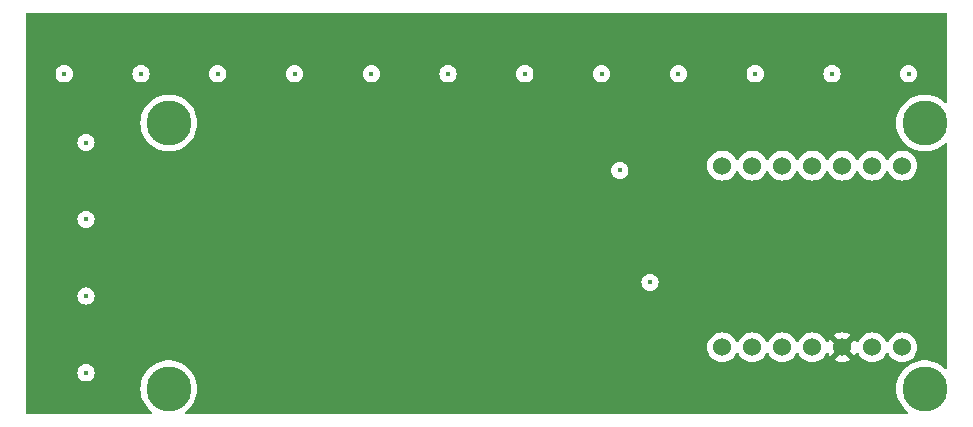
<source format=gbr>
%TF.GenerationSoftware,KiCad,Pcbnew,8.0.1*%
%TF.CreationDate,2025-01-13T07:12:32-05:00*%
%TF.ProjectId,glove-v3,676c6f76-652d-4763-932e-6b696361645f,rev?*%
%TF.SameCoordinates,Original*%
%TF.FileFunction,Copper,L2,Inr*%
%TF.FilePolarity,Positive*%
%FSLAX46Y46*%
G04 Gerber Fmt 4.6, Leading zero omitted, Abs format (unit mm)*
G04 Created by KiCad (PCBNEW 8.0.1) date 2025-01-13 07:12:32*
%MOMM*%
%LPD*%
G01*
G04 APERTURE LIST*
%TA.AperFunction,ComponentPad*%
%ADD10C,3.800000*%
%TD*%
%TA.AperFunction,ComponentPad*%
%ADD11C,1.524000*%
%TD*%
%TA.AperFunction,ViaPad*%
%ADD12C,0.450000*%
%TD*%
G04 APERTURE END LIST*
D10*
%TO.N,N/C*%
%TO.C,REF\u002A\u002A*%
X114050000Y-34550000D03*
%TD*%
D11*
%TO.N,unconnected-(U1-PA02_A0_D0-Pad1)*%
%TO.C,U1*%
X176150000Y-38150000D03*
%TO.N,unconnected-(U1-PA4_A1_D1-Pad2)*%
X173610000Y-38150000D03*
%TO.N,/MUX_OUT*%
X171070000Y-38150000D03*
%TO.N,unconnected-(U1-PA11_A3_D3-Pad4)*%
X168530000Y-38150000D03*
%TO.N,/S2*%
X165990000Y-38150000D03*
%TO.N,/S3*%
X163450000Y-38150000D03*
%TO.N,unconnected-(U1-PB08_A6_D6_TX-Pad7)*%
X160910000Y-38150000D03*
%TO.N,unconnected-(U1-PB09_A7_D7_RX-Pad8)*%
X160910000Y-53542400D03*
%TO.N,Net-(U1-PA7_A8_D8_SCK)*%
X163450000Y-53542400D03*
%TO.N,/S1*%
X165990000Y-53542400D03*
%TO.N,/S0*%
X168530000Y-53542400D03*
%TO.N,+3V3*%
X171070000Y-53542400D03*
%TO.N,GND*%
X173610000Y-53542400D03*
%TO.N,unconnected-(U1-5V-Pad14)*%
X176150000Y-53542400D03*
%TD*%
D10*
%TO.N,N/C*%
%TO.C,REF\u002A\u002A*%
X114050000Y-57050000D03*
%TD*%
%TO.N,N/C*%
%TO.C,REF\u002A\u002A*%
X178050000Y-57050000D03*
%TD*%
%TO.N,N/C*%
%TO.C,REF\u002A\u002A*%
X178050000Y-34550000D03*
%TD*%
D12*
%TO.N,GND*%
X138650000Y-38550000D03*
X152240000Y-38560000D03*
X154790000Y-48040000D03*
%TO.N,+3V3*%
X140810000Y-38560000D03*
X175700000Y-30380000D03*
X169200000Y-30380000D03*
X162700000Y-30380000D03*
X156200000Y-30380000D03*
X149700000Y-30380000D03*
X143200000Y-30380000D03*
X136700000Y-30380000D03*
X130200000Y-30380000D03*
X123700000Y-30380000D03*
X117200000Y-30380000D03*
X110700000Y-30380000D03*
X104200000Y-30380000D03*
X107040000Y-37200000D03*
X107040000Y-43700000D03*
X107040000Y-50200000D03*
X107052500Y-56700000D03*
%TO.N,GND*%
X107052500Y-55700000D03*
X107040000Y-49200000D03*
X107040000Y-42700000D03*
X107040000Y-36200000D03*
X105200000Y-30380000D03*
X111700000Y-30380000D03*
X118200000Y-30380000D03*
X124700000Y-30380000D03*
X131200000Y-30380000D03*
X137700000Y-30380000D03*
X144200000Y-30380000D03*
X150700000Y-30380000D03*
X157200000Y-30380000D03*
X163700000Y-30380000D03*
X170200000Y-30380000D03*
X176700000Y-30380000D03*
%TD*%
%TA.AperFunction,Conductor*%
%TO.N,+3V3*%
G36*
X179892539Y-25220185D02*
G01*
X179938294Y-25272989D01*
X179949500Y-25324500D01*
X179949500Y-32754193D01*
X179929815Y-32821232D01*
X179877011Y-32866987D01*
X179807853Y-32876931D01*
X179744297Y-32847906D01*
X179740616Y-32844585D01*
X179583163Y-32696727D01*
X179583153Y-32696719D01*
X179338806Y-32519191D01*
X179338799Y-32519186D01*
X179338795Y-32519184D01*
X179074104Y-32373668D01*
X179074101Y-32373666D01*
X179074096Y-32373664D01*
X179074095Y-32373663D01*
X178793265Y-32262475D01*
X178793262Y-32262474D01*
X178500695Y-32187357D01*
X178201036Y-32149500D01*
X178201027Y-32149500D01*
X177898973Y-32149500D01*
X177898963Y-32149500D01*
X177599304Y-32187357D01*
X177306737Y-32262474D01*
X177306734Y-32262475D01*
X177025904Y-32373663D01*
X177025903Y-32373664D01*
X176761205Y-32519184D01*
X176761193Y-32519191D01*
X176516846Y-32696719D01*
X176516836Y-32696727D01*
X176296652Y-32903494D01*
X176104111Y-33136236D01*
X175942268Y-33391261D01*
X175942265Y-33391267D01*
X175813661Y-33664563D01*
X175813659Y-33664568D01*
X175720320Y-33951835D01*
X175663719Y-34248546D01*
X175663718Y-34248553D01*
X175644754Y-34549994D01*
X175644754Y-34550005D01*
X175663718Y-34851446D01*
X175663719Y-34851453D01*
X175720320Y-35148164D01*
X175813659Y-35435431D01*
X175813661Y-35435436D01*
X175942265Y-35708732D01*
X175942268Y-35708738D01*
X176104111Y-35963763D01*
X176296652Y-36196505D01*
X176516836Y-36403272D01*
X176516846Y-36403280D01*
X176761193Y-36580808D01*
X176761198Y-36580810D01*
X176761205Y-36580816D01*
X177025896Y-36726332D01*
X177025901Y-36726334D01*
X177025903Y-36726335D01*
X177025904Y-36726336D01*
X177306734Y-36837524D01*
X177306737Y-36837525D01*
X177385662Y-36857789D01*
X177599302Y-36912642D01*
X177737422Y-36930091D01*
X177898963Y-36950499D01*
X177898969Y-36950499D01*
X177898973Y-36950500D01*
X177898975Y-36950500D01*
X178201025Y-36950500D01*
X178201027Y-36950500D01*
X178201032Y-36950499D01*
X178201036Y-36950499D01*
X178280591Y-36940448D01*
X178500698Y-36912642D01*
X178793262Y-36837525D01*
X178793265Y-36837524D01*
X179074095Y-36726336D01*
X179074096Y-36726335D01*
X179074094Y-36726335D01*
X179074104Y-36726332D01*
X179338795Y-36580816D01*
X179583162Y-36403274D01*
X179740616Y-36255413D01*
X179802960Y-36223872D01*
X179872461Y-36231043D01*
X179927052Y-36274650D01*
X179949401Y-36340849D01*
X179949500Y-36345806D01*
X179949500Y-55254193D01*
X179929815Y-55321232D01*
X179877011Y-55366987D01*
X179807853Y-55376931D01*
X179744297Y-55347906D01*
X179740616Y-55344585D01*
X179583163Y-55196727D01*
X179583153Y-55196719D01*
X179338806Y-55019191D01*
X179338799Y-55019186D01*
X179338795Y-55019184D01*
X179074104Y-54873668D01*
X179074101Y-54873666D01*
X179074096Y-54873664D01*
X179074095Y-54873663D01*
X178793265Y-54762475D01*
X178793262Y-54762474D01*
X178500695Y-54687357D01*
X178201036Y-54649500D01*
X178201027Y-54649500D01*
X177898973Y-54649500D01*
X177898963Y-54649500D01*
X177599304Y-54687357D01*
X177306737Y-54762474D01*
X177306734Y-54762475D01*
X177025904Y-54873663D01*
X177025903Y-54873664D01*
X176761205Y-55019184D01*
X176761193Y-55019191D01*
X176516846Y-55196719D01*
X176516836Y-55196727D01*
X176296652Y-55403494D01*
X176104111Y-55636236D01*
X175942268Y-55891261D01*
X175942265Y-55891267D01*
X175813661Y-56164563D01*
X175813659Y-56164568D01*
X175720320Y-56451835D01*
X175663719Y-56748546D01*
X175663718Y-56748553D01*
X175644754Y-57049994D01*
X175644754Y-57050005D01*
X175663718Y-57351446D01*
X175663719Y-57351453D01*
X175720320Y-57648164D01*
X175813659Y-57935431D01*
X175813661Y-57935436D01*
X175942265Y-58208732D01*
X175942268Y-58208738D01*
X176104111Y-58463763D01*
X176296652Y-58696505D01*
X176516836Y-58903272D01*
X176516846Y-58903280D01*
X176615810Y-58975182D01*
X176658476Y-59030512D01*
X176664455Y-59100125D01*
X176631849Y-59161920D01*
X176571011Y-59196277D01*
X176542925Y-59199500D01*
X115557075Y-59199500D01*
X115490036Y-59179815D01*
X115444281Y-59127011D01*
X115434337Y-59057853D01*
X115463362Y-58994297D01*
X115484190Y-58975182D01*
X115549488Y-58927738D01*
X115583162Y-58903274D01*
X115803349Y-58696504D01*
X115995885Y-58463768D01*
X116157733Y-58208736D01*
X116286341Y-57935430D01*
X116379681Y-57648160D01*
X116436280Y-57351457D01*
X116455246Y-57050000D01*
X116436280Y-56748543D01*
X116379681Y-56451840D01*
X116286341Y-56164570D01*
X116157733Y-55891264D01*
X116129828Y-55847293D01*
X115995888Y-55636236D01*
X115803347Y-55403494D01*
X115583163Y-55196727D01*
X115583153Y-55196719D01*
X115338806Y-55019191D01*
X115338799Y-55019186D01*
X115338795Y-55019184D01*
X115074104Y-54873668D01*
X115074101Y-54873666D01*
X115074096Y-54873664D01*
X115074095Y-54873663D01*
X114793265Y-54762475D01*
X114793262Y-54762474D01*
X114500695Y-54687357D01*
X114201036Y-54649500D01*
X114201027Y-54649500D01*
X113898973Y-54649500D01*
X113898963Y-54649500D01*
X113599304Y-54687357D01*
X113306737Y-54762474D01*
X113306734Y-54762475D01*
X113025904Y-54873663D01*
X113025903Y-54873664D01*
X112761205Y-55019184D01*
X112761193Y-55019191D01*
X112516846Y-55196719D01*
X112516836Y-55196727D01*
X112296652Y-55403494D01*
X112104111Y-55636236D01*
X111942268Y-55891261D01*
X111942265Y-55891267D01*
X111813661Y-56164563D01*
X111813659Y-56164568D01*
X111720320Y-56451835D01*
X111663719Y-56748546D01*
X111663718Y-56748553D01*
X111644754Y-57049994D01*
X111644754Y-57050005D01*
X111663718Y-57351446D01*
X111663719Y-57351453D01*
X111720320Y-57648164D01*
X111813659Y-57935431D01*
X111813661Y-57935436D01*
X111942265Y-58208732D01*
X111942268Y-58208738D01*
X112104111Y-58463763D01*
X112296652Y-58696505D01*
X112516836Y-58903272D01*
X112516846Y-58903280D01*
X112615810Y-58975182D01*
X112658476Y-59030512D01*
X112664455Y-59100125D01*
X112631849Y-59161920D01*
X112571011Y-59196277D01*
X112542925Y-59199500D01*
X102074500Y-59199500D01*
X102007461Y-59179815D01*
X101961706Y-59127011D01*
X101950500Y-59075500D01*
X101950500Y-55700003D01*
X106322409Y-55700003D01*
X106340712Y-55862455D01*
X106394710Y-56016774D01*
X106394711Y-56016775D01*
X106481692Y-56155204D01*
X106597296Y-56270808D01*
X106735725Y-56357789D01*
X106890039Y-56411786D01*
X106890042Y-56411786D01*
X106890044Y-56411787D01*
X107052496Y-56430091D01*
X107052500Y-56430091D01*
X107052504Y-56430091D01*
X107214955Y-56411787D01*
X107214956Y-56411786D01*
X107214961Y-56411786D01*
X107369275Y-56357789D01*
X107507704Y-56270808D01*
X107623308Y-56155204D01*
X107710289Y-56016775D01*
X107764286Y-55862461D01*
X107782591Y-55700000D01*
X107775406Y-55636232D01*
X107764287Y-55537544D01*
X107764286Y-55537542D01*
X107764286Y-55537539D01*
X107710289Y-55383225D01*
X107623308Y-55244796D01*
X107507704Y-55129192D01*
X107369274Y-55042210D01*
X107214955Y-54988212D01*
X107052504Y-54969909D01*
X107052496Y-54969909D01*
X106890044Y-54988212D01*
X106735725Y-55042210D01*
X106597295Y-55129192D01*
X106481692Y-55244795D01*
X106394710Y-55383225D01*
X106340712Y-55537544D01*
X106322409Y-55699996D01*
X106322409Y-55700003D01*
X101950500Y-55700003D01*
X101950500Y-53542402D01*
X159642677Y-53542402D01*
X159661929Y-53762462D01*
X159661930Y-53762470D01*
X159719104Y-53975845D01*
X159719105Y-53975847D01*
X159719106Y-53975850D01*
X159752106Y-54046618D01*
X159812466Y-54176062D01*
X159812468Y-54176066D01*
X159939170Y-54357015D01*
X159939175Y-54357021D01*
X160095378Y-54513224D01*
X160095384Y-54513229D01*
X160276333Y-54639931D01*
X160276335Y-54639932D01*
X160276338Y-54639934D01*
X160476550Y-54733294D01*
X160689932Y-54790470D01*
X160847123Y-54804222D01*
X160909998Y-54809723D01*
X160910000Y-54809723D01*
X160910002Y-54809723D01*
X160965017Y-54804909D01*
X161130068Y-54790470D01*
X161343450Y-54733294D01*
X161543662Y-54639934D01*
X161724620Y-54513226D01*
X161880826Y-54357020D01*
X162007534Y-54176062D01*
X162067618Y-54047211D01*
X162113790Y-53994771D01*
X162180983Y-53975619D01*
X162247865Y-53995835D01*
X162292382Y-54047211D01*
X162352464Y-54176058D01*
X162352468Y-54176066D01*
X162479170Y-54357015D01*
X162479175Y-54357021D01*
X162635378Y-54513224D01*
X162635384Y-54513229D01*
X162816333Y-54639931D01*
X162816335Y-54639932D01*
X162816338Y-54639934D01*
X163016550Y-54733294D01*
X163229932Y-54790470D01*
X163387123Y-54804222D01*
X163449998Y-54809723D01*
X163450000Y-54809723D01*
X163450002Y-54809723D01*
X163505017Y-54804909D01*
X163670068Y-54790470D01*
X163883450Y-54733294D01*
X164083662Y-54639934D01*
X164264620Y-54513226D01*
X164420826Y-54357020D01*
X164547534Y-54176062D01*
X164607618Y-54047211D01*
X164653790Y-53994771D01*
X164720983Y-53975619D01*
X164787865Y-53995835D01*
X164832382Y-54047211D01*
X164892464Y-54176058D01*
X164892468Y-54176066D01*
X165019170Y-54357015D01*
X165019175Y-54357021D01*
X165175378Y-54513224D01*
X165175384Y-54513229D01*
X165356333Y-54639931D01*
X165356335Y-54639932D01*
X165356338Y-54639934D01*
X165556550Y-54733294D01*
X165769932Y-54790470D01*
X165927123Y-54804222D01*
X165989998Y-54809723D01*
X165990000Y-54809723D01*
X165990002Y-54809723D01*
X166045017Y-54804909D01*
X166210068Y-54790470D01*
X166423450Y-54733294D01*
X166623662Y-54639934D01*
X166804620Y-54513226D01*
X166960826Y-54357020D01*
X167087534Y-54176062D01*
X167147618Y-54047211D01*
X167193790Y-53994771D01*
X167260983Y-53975619D01*
X167327865Y-53995835D01*
X167372382Y-54047211D01*
X167432464Y-54176058D01*
X167432468Y-54176066D01*
X167559170Y-54357015D01*
X167559175Y-54357021D01*
X167715378Y-54513224D01*
X167715384Y-54513229D01*
X167896333Y-54639931D01*
X167896335Y-54639932D01*
X167896338Y-54639934D01*
X168096550Y-54733294D01*
X168309932Y-54790470D01*
X168467123Y-54804222D01*
X168529998Y-54809723D01*
X168530000Y-54809723D01*
X168530002Y-54809723D01*
X168585017Y-54804909D01*
X168750068Y-54790470D01*
X168963450Y-54733294D01*
X169163662Y-54639934D01*
X169344620Y-54513226D01*
X169500826Y-54357020D01*
X169627534Y-54176062D01*
X169687894Y-54046618D01*
X169734066Y-53994179D01*
X169801259Y-53975027D01*
X169868141Y-53995243D01*
X169912658Y-54046619D01*
X169972898Y-54175805D01*
X169972901Y-54175811D01*
X170018258Y-54240587D01*
X170018259Y-54240588D01*
X170689000Y-53569847D01*
X170689000Y-53592560D01*
X170714964Y-53689461D01*
X170765124Y-53776340D01*
X170836060Y-53847276D01*
X170922939Y-53897436D01*
X171019840Y-53923400D01*
X171042553Y-53923400D01*
X170371810Y-54594140D01*
X170436590Y-54639499D01*
X170436592Y-54639500D01*
X170636715Y-54732819D01*
X170636729Y-54732824D01*
X170850013Y-54789973D01*
X170850023Y-54789975D01*
X171069999Y-54809221D01*
X171070001Y-54809221D01*
X171289976Y-54789975D01*
X171289986Y-54789973D01*
X171503270Y-54732824D01*
X171503284Y-54732819D01*
X171703407Y-54639500D01*
X171703417Y-54639494D01*
X171768188Y-54594141D01*
X171097448Y-53923400D01*
X171120160Y-53923400D01*
X171217061Y-53897436D01*
X171303940Y-53847276D01*
X171374876Y-53776340D01*
X171425036Y-53689461D01*
X171451000Y-53592560D01*
X171451000Y-53569847D01*
X172121741Y-54240588D01*
X172167094Y-54175817D01*
X172167095Y-54175816D01*
X172227340Y-54046619D01*
X172273512Y-53994180D01*
X172340706Y-53975027D01*
X172407587Y-53995242D01*
X172452105Y-54046618D01*
X172512466Y-54176062D01*
X172512468Y-54176066D01*
X172639170Y-54357015D01*
X172639175Y-54357021D01*
X172795378Y-54513224D01*
X172795384Y-54513229D01*
X172976333Y-54639931D01*
X172976335Y-54639932D01*
X172976338Y-54639934D01*
X173176550Y-54733294D01*
X173389932Y-54790470D01*
X173547123Y-54804222D01*
X173609998Y-54809723D01*
X173610000Y-54809723D01*
X173610002Y-54809723D01*
X173665017Y-54804909D01*
X173830068Y-54790470D01*
X174043450Y-54733294D01*
X174243662Y-54639934D01*
X174424620Y-54513226D01*
X174580826Y-54357020D01*
X174707534Y-54176062D01*
X174767618Y-54047211D01*
X174813790Y-53994771D01*
X174880983Y-53975619D01*
X174947865Y-53995835D01*
X174992382Y-54047211D01*
X175052464Y-54176058D01*
X175052468Y-54176066D01*
X175179170Y-54357015D01*
X175179175Y-54357021D01*
X175335378Y-54513224D01*
X175335384Y-54513229D01*
X175516333Y-54639931D01*
X175516335Y-54639932D01*
X175516338Y-54639934D01*
X175716550Y-54733294D01*
X175929932Y-54790470D01*
X176087123Y-54804222D01*
X176149998Y-54809723D01*
X176150000Y-54809723D01*
X176150002Y-54809723D01*
X176205017Y-54804909D01*
X176370068Y-54790470D01*
X176583450Y-54733294D01*
X176783662Y-54639934D01*
X176964620Y-54513226D01*
X177120826Y-54357020D01*
X177247534Y-54176062D01*
X177340894Y-53975850D01*
X177398070Y-53762468D01*
X177417323Y-53542400D01*
X177398070Y-53322332D01*
X177340894Y-53108950D01*
X177247534Y-52908739D01*
X177120826Y-52727780D01*
X176964620Y-52571574D01*
X176964616Y-52571571D01*
X176964615Y-52571570D01*
X176783666Y-52444868D01*
X176783662Y-52444866D01*
X176783660Y-52444865D01*
X176583450Y-52351506D01*
X176583447Y-52351505D01*
X176583445Y-52351504D01*
X176370070Y-52294330D01*
X176370062Y-52294329D01*
X176150002Y-52275077D01*
X176149998Y-52275077D01*
X175929937Y-52294329D01*
X175929929Y-52294330D01*
X175716554Y-52351504D01*
X175716548Y-52351507D01*
X175516340Y-52444865D01*
X175516338Y-52444866D01*
X175335377Y-52571575D01*
X175179175Y-52727777D01*
X175052466Y-52908738D01*
X175052465Y-52908740D01*
X174992382Y-53037589D01*
X174946209Y-53090028D01*
X174879016Y-53109180D01*
X174812135Y-53088964D01*
X174767618Y-53037589D01*
X174707651Y-52908990D01*
X174707534Y-52908739D01*
X174580826Y-52727780D01*
X174424620Y-52571574D01*
X174424616Y-52571571D01*
X174424615Y-52571570D01*
X174243666Y-52444868D01*
X174243662Y-52444866D01*
X174243660Y-52444865D01*
X174043450Y-52351506D01*
X174043447Y-52351505D01*
X174043445Y-52351504D01*
X173830070Y-52294330D01*
X173830062Y-52294329D01*
X173610002Y-52275077D01*
X173609998Y-52275077D01*
X173389937Y-52294329D01*
X173389929Y-52294330D01*
X173176554Y-52351504D01*
X173176548Y-52351507D01*
X172976340Y-52444865D01*
X172976338Y-52444866D01*
X172795377Y-52571575D01*
X172639175Y-52727777D01*
X172512467Y-52908737D01*
X172452105Y-53038182D01*
X172405932Y-53090621D01*
X172338738Y-53109772D01*
X172271857Y-53089556D01*
X172227341Y-53038180D01*
X172167098Y-52908989D01*
X172167097Y-52908987D01*
X172121741Y-52844211D01*
X172121740Y-52844210D01*
X171451000Y-53514951D01*
X171451000Y-53492240D01*
X171425036Y-53395339D01*
X171374876Y-53308460D01*
X171303940Y-53237524D01*
X171217061Y-53187364D01*
X171120160Y-53161400D01*
X171097448Y-53161400D01*
X171768188Y-52490659D01*
X171768187Y-52490658D01*
X171703411Y-52445301D01*
X171703405Y-52445298D01*
X171503284Y-52351980D01*
X171503270Y-52351975D01*
X171289986Y-52294826D01*
X171289976Y-52294824D01*
X171070001Y-52275579D01*
X171069999Y-52275579D01*
X170850023Y-52294824D01*
X170850013Y-52294826D01*
X170636729Y-52351975D01*
X170636720Y-52351979D01*
X170436590Y-52445301D01*
X170371811Y-52490658D01*
X171042553Y-53161400D01*
X171019840Y-53161400D01*
X170922939Y-53187364D01*
X170836060Y-53237524D01*
X170765124Y-53308460D01*
X170714964Y-53395339D01*
X170689000Y-53492240D01*
X170689000Y-53514953D01*
X170018258Y-52844211D01*
X169972901Y-52908990D01*
X169912658Y-53038181D01*
X169866485Y-53090620D01*
X169799292Y-53109772D01*
X169732411Y-53089556D01*
X169687894Y-53038181D01*
X169627651Y-52908990D01*
X169627534Y-52908739D01*
X169500826Y-52727780D01*
X169344620Y-52571574D01*
X169344616Y-52571571D01*
X169344615Y-52571570D01*
X169163666Y-52444868D01*
X169163662Y-52444866D01*
X169163660Y-52444865D01*
X168963450Y-52351506D01*
X168963447Y-52351505D01*
X168963445Y-52351504D01*
X168750070Y-52294330D01*
X168750062Y-52294329D01*
X168530002Y-52275077D01*
X168529998Y-52275077D01*
X168309937Y-52294329D01*
X168309929Y-52294330D01*
X168096554Y-52351504D01*
X168096548Y-52351507D01*
X167896340Y-52444865D01*
X167896338Y-52444866D01*
X167715377Y-52571575D01*
X167559175Y-52727777D01*
X167432466Y-52908738D01*
X167432465Y-52908740D01*
X167372382Y-53037589D01*
X167326209Y-53090028D01*
X167259016Y-53109180D01*
X167192135Y-53088964D01*
X167147618Y-53037589D01*
X167087651Y-52908990D01*
X167087534Y-52908739D01*
X166960826Y-52727780D01*
X166804620Y-52571574D01*
X166804616Y-52571571D01*
X166804615Y-52571570D01*
X166623666Y-52444868D01*
X166623662Y-52444866D01*
X166623660Y-52444865D01*
X166423450Y-52351506D01*
X166423447Y-52351505D01*
X166423445Y-52351504D01*
X166210070Y-52294330D01*
X166210062Y-52294329D01*
X165990002Y-52275077D01*
X165989998Y-52275077D01*
X165769937Y-52294329D01*
X165769929Y-52294330D01*
X165556554Y-52351504D01*
X165556548Y-52351507D01*
X165356340Y-52444865D01*
X165356338Y-52444866D01*
X165175377Y-52571575D01*
X165019175Y-52727777D01*
X164892466Y-52908738D01*
X164892465Y-52908740D01*
X164832382Y-53037589D01*
X164786209Y-53090028D01*
X164719016Y-53109180D01*
X164652135Y-53088964D01*
X164607618Y-53037589D01*
X164547651Y-52908990D01*
X164547534Y-52908739D01*
X164420826Y-52727780D01*
X164264620Y-52571574D01*
X164264616Y-52571571D01*
X164264615Y-52571570D01*
X164083666Y-52444868D01*
X164083662Y-52444866D01*
X164083660Y-52444865D01*
X163883450Y-52351506D01*
X163883447Y-52351505D01*
X163883445Y-52351504D01*
X163670070Y-52294330D01*
X163670062Y-52294329D01*
X163450002Y-52275077D01*
X163449998Y-52275077D01*
X163229937Y-52294329D01*
X163229929Y-52294330D01*
X163016554Y-52351504D01*
X163016548Y-52351507D01*
X162816340Y-52444865D01*
X162816338Y-52444866D01*
X162635377Y-52571575D01*
X162479175Y-52727777D01*
X162352466Y-52908738D01*
X162352465Y-52908740D01*
X162292382Y-53037589D01*
X162246209Y-53090028D01*
X162179016Y-53109180D01*
X162112135Y-53088964D01*
X162067618Y-53037589D01*
X162007651Y-52908990D01*
X162007534Y-52908739D01*
X161880826Y-52727780D01*
X161724620Y-52571574D01*
X161724616Y-52571571D01*
X161724615Y-52571570D01*
X161543666Y-52444868D01*
X161543662Y-52444866D01*
X161543660Y-52444865D01*
X161343450Y-52351506D01*
X161343447Y-52351505D01*
X161343445Y-52351504D01*
X161130070Y-52294330D01*
X161130062Y-52294329D01*
X160910002Y-52275077D01*
X160909998Y-52275077D01*
X160689937Y-52294329D01*
X160689929Y-52294330D01*
X160476554Y-52351504D01*
X160476548Y-52351507D01*
X160276340Y-52444865D01*
X160276338Y-52444866D01*
X160095377Y-52571575D01*
X159939175Y-52727777D01*
X159812466Y-52908738D01*
X159812465Y-52908740D01*
X159719107Y-53108948D01*
X159719104Y-53108954D01*
X159661930Y-53322329D01*
X159661929Y-53322337D01*
X159642677Y-53542397D01*
X159642677Y-53542402D01*
X101950500Y-53542402D01*
X101950500Y-49200003D01*
X106309909Y-49200003D01*
X106328212Y-49362455D01*
X106382210Y-49516774D01*
X106382211Y-49516775D01*
X106469192Y-49655204D01*
X106584796Y-49770808D01*
X106723225Y-49857789D01*
X106877539Y-49911786D01*
X106877542Y-49911786D01*
X106877544Y-49911787D01*
X107039996Y-49930091D01*
X107040000Y-49930091D01*
X107040004Y-49930091D01*
X107202455Y-49911787D01*
X107202456Y-49911786D01*
X107202461Y-49911786D01*
X107356775Y-49857789D01*
X107495204Y-49770808D01*
X107610808Y-49655204D01*
X107697789Y-49516775D01*
X107751786Y-49362461D01*
X107770091Y-49200000D01*
X107751786Y-49037539D01*
X107697789Y-48883225D01*
X107610808Y-48744796D01*
X107495204Y-48629192D01*
X107465945Y-48610807D01*
X107356774Y-48542210D01*
X107202455Y-48488212D01*
X107040004Y-48469909D01*
X107039996Y-48469909D01*
X106877544Y-48488212D01*
X106723225Y-48542210D01*
X106584795Y-48629192D01*
X106469192Y-48744795D01*
X106382210Y-48883225D01*
X106328212Y-49037544D01*
X106309909Y-49199996D01*
X106309909Y-49200003D01*
X101950500Y-49200003D01*
X101950500Y-48040003D01*
X154059909Y-48040003D01*
X154078212Y-48202455D01*
X154132210Y-48356774D01*
X154132211Y-48356775D01*
X154219192Y-48495204D01*
X154334796Y-48610808D01*
X154473225Y-48697789D01*
X154627539Y-48751786D01*
X154627542Y-48751786D01*
X154627544Y-48751787D01*
X154789996Y-48770091D01*
X154790000Y-48770091D01*
X154790004Y-48770091D01*
X154952455Y-48751787D01*
X154952456Y-48751786D01*
X154952461Y-48751786D01*
X155106775Y-48697789D01*
X155245204Y-48610808D01*
X155360808Y-48495204D01*
X155447789Y-48356775D01*
X155501786Y-48202461D01*
X155520091Y-48040000D01*
X155501786Y-47877539D01*
X155447789Y-47723225D01*
X155360808Y-47584796D01*
X155245204Y-47469192D01*
X155106774Y-47382210D01*
X154952455Y-47328212D01*
X154790004Y-47309909D01*
X154789996Y-47309909D01*
X154627544Y-47328212D01*
X154473225Y-47382210D01*
X154334795Y-47469192D01*
X154219192Y-47584795D01*
X154132210Y-47723225D01*
X154078212Y-47877544D01*
X154059909Y-48039996D01*
X154059909Y-48040003D01*
X101950500Y-48040003D01*
X101950500Y-42700003D01*
X106309909Y-42700003D01*
X106328212Y-42862455D01*
X106382210Y-43016774D01*
X106382211Y-43016775D01*
X106469192Y-43155204D01*
X106584796Y-43270808D01*
X106723225Y-43357789D01*
X106877539Y-43411786D01*
X106877542Y-43411786D01*
X106877544Y-43411787D01*
X107039996Y-43430091D01*
X107040000Y-43430091D01*
X107040004Y-43430091D01*
X107202455Y-43411787D01*
X107202456Y-43411786D01*
X107202461Y-43411786D01*
X107356775Y-43357789D01*
X107495204Y-43270808D01*
X107610808Y-43155204D01*
X107697789Y-43016775D01*
X107751786Y-42862461D01*
X107770091Y-42700000D01*
X107751786Y-42537539D01*
X107697789Y-42383225D01*
X107610808Y-42244796D01*
X107495204Y-42129192D01*
X107356774Y-42042210D01*
X107202455Y-41988212D01*
X107040004Y-41969909D01*
X107039996Y-41969909D01*
X106877544Y-41988212D01*
X106723225Y-42042210D01*
X106584795Y-42129192D01*
X106469192Y-42244795D01*
X106382210Y-42383225D01*
X106328212Y-42537544D01*
X106309909Y-42699996D01*
X106309909Y-42700003D01*
X101950500Y-42700003D01*
X101950500Y-38560003D01*
X151509909Y-38560003D01*
X151528212Y-38722455D01*
X151582210Y-38876774D01*
X151582211Y-38876775D01*
X151669192Y-39015204D01*
X151784796Y-39130808D01*
X151923225Y-39217789D01*
X152077539Y-39271786D01*
X152077542Y-39271786D01*
X152077544Y-39271787D01*
X152239996Y-39290091D01*
X152240000Y-39290091D01*
X152240004Y-39290091D01*
X152402455Y-39271787D01*
X152402456Y-39271786D01*
X152402461Y-39271786D01*
X152556775Y-39217789D01*
X152695204Y-39130808D01*
X152810808Y-39015204D01*
X152897789Y-38876775D01*
X152951786Y-38722461D01*
X152951787Y-38722455D01*
X152970091Y-38560003D01*
X152970091Y-38559996D01*
X152951787Y-38397544D01*
X152951786Y-38397542D01*
X152951786Y-38397539D01*
X152897789Y-38243225D01*
X152839213Y-38150002D01*
X159642677Y-38150002D01*
X159661929Y-38370062D01*
X159661930Y-38370070D01*
X159719104Y-38583445D01*
X159719105Y-38583447D01*
X159719106Y-38583450D01*
X159752382Y-38654811D01*
X159812466Y-38783662D01*
X159812468Y-38783666D01*
X159939170Y-38964615D01*
X159939175Y-38964621D01*
X160095378Y-39120824D01*
X160095384Y-39120829D01*
X160276333Y-39247531D01*
X160276335Y-39247532D01*
X160276338Y-39247534D01*
X160476550Y-39340894D01*
X160689932Y-39398070D01*
X160847123Y-39411822D01*
X160909998Y-39417323D01*
X160910000Y-39417323D01*
X160910002Y-39417323D01*
X160965017Y-39412509D01*
X161130068Y-39398070D01*
X161343450Y-39340894D01*
X161543662Y-39247534D01*
X161724620Y-39120826D01*
X161880826Y-38964620D01*
X162007534Y-38783662D01*
X162067618Y-38654811D01*
X162113790Y-38602371D01*
X162180983Y-38583219D01*
X162247865Y-38603435D01*
X162292382Y-38654811D01*
X162352464Y-38783658D01*
X162352468Y-38783666D01*
X162479170Y-38964615D01*
X162479175Y-38964621D01*
X162635378Y-39120824D01*
X162635384Y-39120829D01*
X162816333Y-39247531D01*
X162816335Y-39247532D01*
X162816338Y-39247534D01*
X163016550Y-39340894D01*
X163229932Y-39398070D01*
X163387123Y-39411822D01*
X163449998Y-39417323D01*
X163450000Y-39417323D01*
X163450002Y-39417323D01*
X163505017Y-39412509D01*
X163670068Y-39398070D01*
X163883450Y-39340894D01*
X164083662Y-39247534D01*
X164264620Y-39120826D01*
X164420826Y-38964620D01*
X164547534Y-38783662D01*
X164607618Y-38654811D01*
X164653790Y-38602371D01*
X164720983Y-38583219D01*
X164787865Y-38603435D01*
X164832382Y-38654811D01*
X164892464Y-38783658D01*
X164892468Y-38783666D01*
X165019170Y-38964615D01*
X165019175Y-38964621D01*
X165175378Y-39120824D01*
X165175384Y-39120829D01*
X165356333Y-39247531D01*
X165356335Y-39247532D01*
X165356338Y-39247534D01*
X165556550Y-39340894D01*
X165769932Y-39398070D01*
X165927123Y-39411822D01*
X165989998Y-39417323D01*
X165990000Y-39417323D01*
X165990002Y-39417323D01*
X166045017Y-39412509D01*
X166210068Y-39398070D01*
X166423450Y-39340894D01*
X166623662Y-39247534D01*
X166804620Y-39120826D01*
X166960826Y-38964620D01*
X167087534Y-38783662D01*
X167147618Y-38654811D01*
X167193790Y-38602371D01*
X167260983Y-38583219D01*
X167327865Y-38603435D01*
X167372382Y-38654811D01*
X167432464Y-38783658D01*
X167432468Y-38783666D01*
X167559170Y-38964615D01*
X167559175Y-38964621D01*
X167715378Y-39120824D01*
X167715384Y-39120829D01*
X167896333Y-39247531D01*
X167896335Y-39247532D01*
X167896338Y-39247534D01*
X168096550Y-39340894D01*
X168309932Y-39398070D01*
X168467123Y-39411822D01*
X168529998Y-39417323D01*
X168530000Y-39417323D01*
X168530002Y-39417323D01*
X168585017Y-39412509D01*
X168750068Y-39398070D01*
X168963450Y-39340894D01*
X169163662Y-39247534D01*
X169344620Y-39120826D01*
X169500826Y-38964620D01*
X169627534Y-38783662D01*
X169687618Y-38654811D01*
X169733790Y-38602371D01*
X169800983Y-38583219D01*
X169867865Y-38603435D01*
X169912382Y-38654811D01*
X169972464Y-38783658D01*
X169972468Y-38783666D01*
X170099170Y-38964615D01*
X170099175Y-38964621D01*
X170255378Y-39120824D01*
X170255384Y-39120829D01*
X170436333Y-39247531D01*
X170436335Y-39247532D01*
X170436338Y-39247534D01*
X170636550Y-39340894D01*
X170849932Y-39398070D01*
X171007123Y-39411822D01*
X171069998Y-39417323D01*
X171070000Y-39417323D01*
X171070002Y-39417323D01*
X171125017Y-39412509D01*
X171290068Y-39398070D01*
X171503450Y-39340894D01*
X171703662Y-39247534D01*
X171884620Y-39120826D01*
X172040826Y-38964620D01*
X172167534Y-38783662D01*
X172227618Y-38654811D01*
X172273790Y-38602371D01*
X172340983Y-38583219D01*
X172407865Y-38603435D01*
X172452382Y-38654811D01*
X172512464Y-38783658D01*
X172512468Y-38783666D01*
X172639170Y-38964615D01*
X172639175Y-38964621D01*
X172795378Y-39120824D01*
X172795384Y-39120829D01*
X172976333Y-39247531D01*
X172976335Y-39247532D01*
X172976338Y-39247534D01*
X173176550Y-39340894D01*
X173389932Y-39398070D01*
X173547123Y-39411822D01*
X173609998Y-39417323D01*
X173610000Y-39417323D01*
X173610002Y-39417323D01*
X173665017Y-39412509D01*
X173830068Y-39398070D01*
X174043450Y-39340894D01*
X174243662Y-39247534D01*
X174424620Y-39120826D01*
X174580826Y-38964620D01*
X174707534Y-38783662D01*
X174767618Y-38654811D01*
X174813790Y-38602371D01*
X174880983Y-38583219D01*
X174947865Y-38603435D01*
X174992382Y-38654811D01*
X175052464Y-38783658D01*
X175052468Y-38783666D01*
X175179170Y-38964615D01*
X175179175Y-38964621D01*
X175335378Y-39120824D01*
X175335384Y-39120829D01*
X175516333Y-39247531D01*
X175516335Y-39247532D01*
X175516338Y-39247534D01*
X175716550Y-39340894D01*
X175929932Y-39398070D01*
X176087123Y-39411822D01*
X176149998Y-39417323D01*
X176150000Y-39417323D01*
X176150002Y-39417323D01*
X176205017Y-39412509D01*
X176370068Y-39398070D01*
X176583450Y-39340894D01*
X176783662Y-39247534D01*
X176964620Y-39120826D01*
X177120826Y-38964620D01*
X177247534Y-38783662D01*
X177340894Y-38583450D01*
X177398070Y-38370068D01*
X177417323Y-38150000D01*
X177398070Y-37929932D01*
X177340894Y-37716550D01*
X177247534Y-37516339D01*
X177120826Y-37335380D01*
X176964620Y-37179174D01*
X176964616Y-37179171D01*
X176964615Y-37179170D01*
X176783666Y-37052468D01*
X176783662Y-37052466D01*
X176783660Y-37052465D01*
X176583450Y-36959106D01*
X176583447Y-36959105D01*
X176583445Y-36959104D01*
X176370070Y-36901930D01*
X176370062Y-36901929D01*
X176150002Y-36882677D01*
X176149998Y-36882677D01*
X175929937Y-36901929D01*
X175929929Y-36901930D01*
X175716554Y-36959104D01*
X175716548Y-36959107D01*
X175516340Y-37052465D01*
X175516338Y-37052466D01*
X175335377Y-37179175D01*
X175179175Y-37335377D01*
X175052466Y-37516338D01*
X175052465Y-37516340D01*
X174992382Y-37645189D01*
X174946209Y-37697628D01*
X174879016Y-37716780D01*
X174812135Y-37696564D01*
X174767618Y-37645189D01*
X174707534Y-37516340D01*
X174707533Y-37516338D01*
X174580827Y-37335381D01*
X174580823Y-37335377D01*
X174424620Y-37179174D01*
X174424616Y-37179171D01*
X174424615Y-37179170D01*
X174243666Y-37052468D01*
X174243662Y-37052466D01*
X174243660Y-37052465D01*
X174043450Y-36959106D01*
X174043447Y-36959105D01*
X174043445Y-36959104D01*
X173830070Y-36901930D01*
X173830062Y-36901929D01*
X173610002Y-36882677D01*
X173609998Y-36882677D01*
X173389937Y-36901929D01*
X173389929Y-36901930D01*
X173176554Y-36959104D01*
X173176548Y-36959107D01*
X172976340Y-37052465D01*
X172976338Y-37052466D01*
X172795377Y-37179175D01*
X172639175Y-37335377D01*
X172512466Y-37516338D01*
X172512465Y-37516340D01*
X172452382Y-37645189D01*
X172406209Y-37697628D01*
X172339016Y-37716780D01*
X172272135Y-37696564D01*
X172227618Y-37645189D01*
X172167534Y-37516340D01*
X172167533Y-37516338D01*
X172040827Y-37335381D01*
X172040823Y-37335377D01*
X171884620Y-37179174D01*
X171884616Y-37179171D01*
X171884615Y-37179170D01*
X171703666Y-37052468D01*
X171703662Y-37052466D01*
X171703660Y-37052465D01*
X171503450Y-36959106D01*
X171503447Y-36959105D01*
X171503445Y-36959104D01*
X171290070Y-36901930D01*
X171290062Y-36901929D01*
X171070002Y-36882677D01*
X171069998Y-36882677D01*
X170849937Y-36901929D01*
X170849929Y-36901930D01*
X170636554Y-36959104D01*
X170636548Y-36959107D01*
X170436340Y-37052465D01*
X170436338Y-37052466D01*
X170255377Y-37179175D01*
X170099175Y-37335377D01*
X169972466Y-37516338D01*
X169972465Y-37516340D01*
X169912382Y-37645189D01*
X169866209Y-37697628D01*
X169799016Y-37716780D01*
X169732135Y-37696564D01*
X169687618Y-37645189D01*
X169627534Y-37516340D01*
X169627533Y-37516338D01*
X169500827Y-37335381D01*
X169500823Y-37335377D01*
X169344620Y-37179174D01*
X169344616Y-37179171D01*
X169344615Y-37179170D01*
X169163666Y-37052468D01*
X169163662Y-37052466D01*
X169163660Y-37052465D01*
X168963450Y-36959106D01*
X168963447Y-36959105D01*
X168963445Y-36959104D01*
X168750070Y-36901930D01*
X168750062Y-36901929D01*
X168530002Y-36882677D01*
X168529998Y-36882677D01*
X168309937Y-36901929D01*
X168309929Y-36901930D01*
X168096554Y-36959104D01*
X168096548Y-36959107D01*
X167896340Y-37052465D01*
X167896338Y-37052466D01*
X167715377Y-37179175D01*
X167559175Y-37335377D01*
X167432466Y-37516338D01*
X167432465Y-37516340D01*
X167372382Y-37645189D01*
X167326209Y-37697628D01*
X167259016Y-37716780D01*
X167192135Y-37696564D01*
X167147618Y-37645189D01*
X167087534Y-37516340D01*
X167087533Y-37516338D01*
X166960827Y-37335381D01*
X166960823Y-37335377D01*
X166804620Y-37179174D01*
X166804616Y-37179171D01*
X166804615Y-37179170D01*
X166623666Y-37052468D01*
X166623662Y-37052466D01*
X166623660Y-37052465D01*
X166423450Y-36959106D01*
X166423447Y-36959105D01*
X166423445Y-36959104D01*
X166210070Y-36901930D01*
X166210062Y-36901929D01*
X165990002Y-36882677D01*
X165989998Y-36882677D01*
X165769937Y-36901929D01*
X165769929Y-36901930D01*
X165556554Y-36959104D01*
X165556548Y-36959107D01*
X165356340Y-37052465D01*
X165356338Y-37052466D01*
X165175377Y-37179175D01*
X165019175Y-37335377D01*
X164892466Y-37516338D01*
X164892465Y-37516340D01*
X164832382Y-37645189D01*
X164786209Y-37697628D01*
X164719016Y-37716780D01*
X164652135Y-37696564D01*
X164607618Y-37645189D01*
X164547534Y-37516340D01*
X164547533Y-37516338D01*
X164420827Y-37335381D01*
X164420823Y-37335377D01*
X164264620Y-37179174D01*
X164264616Y-37179171D01*
X164264615Y-37179170D01*
X164083666Y-37052468D01*
X164083662Y-37052466D01*
X164083660Y-37052465D01*
X163883450Y-36959106D01*
X163883447Y-36959105D01*
X163883445Y-36959104D01*
X163670070Y-36901930D01*
X163670062Y-36901929D01*
X163450002Y-36882677D01*
X163449998Y-36882677D01*
X163229937Y-36901929D01*
X163229929Y-36901930D01*
X163016554Y-36959104D01*
X163016548Y-36959107D01*
X162816340Y-37052465D01*
X162816338Y-37052466D01*
X162635377Y-37179175D01*
X162479175Y-37335377D01*
X162352466Y-37516338D01*
X162352465Y-37516340D01*
X162292382Y-37645189D01*
X162246209Y-37697628D01*
X162179016Y-37716780D01*
X162112135Y-37696564D01*
X162067618Y-37645189D01*
X162007534Y-37516340D01*
X162007533Y-37516338D01*
X161880827Y-37335381D01*
X161880823Y-37335377D01*
X161724620Y-37179174D01*
X161724616Y-37179171D01*
X161724615Y-37179170D01*
X161543666Y-37052468D01*
X161543662Y-37052466D01*
X161543660Y-37052465D01*
X161343450Y-36959106D01*
X161343447Y-36959105D01*
X161343445Y-36959104D01*
X161130070Y-36901930D01*
X161130062Y-36901929D01*
X160910002Y-36882677D01*
X160909998Y-36882677D01*
X160689937Y-36901929D01*
X160689929Y-36901930D01*
X160476554Y-36959104D01*
X160476548Y-36959107D01*
X160276340Y-37052465D01*
X160276338Y-37052466D01*
X160095377Y-37179175D01*
X159939175Y-37335377D01*
X159812466Y-37516338D01*
X159812465Y-37516340D01*
X159719107Y-37716548D01*
X159719104Y-37716554D01*
X159661930Y-37929929D01*
X159661929Y-37929937D01*
X159642677Y-38149997D01*
X159642677Y-38150002D01*
X152839213Y-38150002D01*
X152810808Y-38104796D01*
X152695204Y-37989192D01*
X152600888Y-37929929D01*
X152556774Y-37902210D01*
X152402455Y-37848212D01*
X152240004Y-37829909D01*
X152239996Y-37829909D01*
X152077544Y-37848212D01*
X151923225Y-37902210D01*
X151784795Y-37989192D01*
X151669192Y-38104795D01*
X151582210Y-38243225D01*
X151528212Y-38397544D01*
X151509909Y-38559996D01*
X151509909Y-38560003D01*
X101950500Y-38560003D01*
X101950500Y-36200003D01*
X106309909Y-36200003D01*
X106328212Y-36362455D01*
X106382210Y-36516774D01*
X106382211Y-36516775D01*
X106469192Y-36655204D01*
X106584796Y-36770808D01*
X106723225Y-36857789D01*
X106877539Y-36911786D01*
X106877542Y-36911786D01*
X106877544Y-36911787D01*
X107039996Y-36930091D01*
X107040000Y-36930091D01*
X107040004Y-36930091D01*
X107202455Y-36911787D01*
X107202456Y-36911786D01*
X107202461Y-36911786D01*
X107356775Y-36857789D01*
X107495204Y-36770808D01*
X107610808Y-36655204D01*
X107697789Y-36516775D01*
X107751786Y-36362461D01*
X107761680Y-36274650D01*
X107770091Y-36200003D01*
X107770091Y-36199996D01*
X107751787Y-36037544D01*
X107751786Y-36037542D01*
X107751786Y-36037539D01*
X107697789Y-35883225D01*
X107610808Y-35744796D01*
X107495204Y-35629192D01*
X107356774Y-35542210D01*
X107202455Y-35488212D01*
X107040004Y-35469909D01*
X107039996Y-35469909D01*
X106877544Y-35488212D01*
X106723225Y-35542210D01*
X106584795Y-35629192D01*
X106469192Y-35744795D01*
X106382210Y-35883225D01*
X106328212Y-36037544D01*
X106309909Y-36199996D01*
X106309909Y-36200003D01*
X101950500Y-36200003D01*
X101950500Y-34550005D01*
X111644754Y-34550005D01*
X111663718Y-34851446D01*
X111663719Y-34851453D01*
X111720320Y-35148164D01*
X111813659Y-35435431D01*
X111813661Y-35435436D01*
X111942265Y-35708732D01*
X111942268Y-35708738D01*
X112104111Y-35963763D01*
X112296652Y-36196505D01*
X112516836Y-36403272D01*
X112516846Y-36403280D01*
X112761193Y-36580808D01*
X112761198Y-36580810D01*
X112761205Y-36580816D01*
X113025896Y-36726332D01*
X113025901Y-36726334D01*
X113025903Y-36726335D01*
X113025904Y-36726336D01*
X113306734Y-36837524D01*
X113306737Y-36837525D01*
X113385662Y-36857789D01*
X113599302Y-36912642D01*
X113737422Y-36930091D01*
X113898963Y-36950499D01*
X113898969Y-36950499D01*
X113898973Y-36950500D01*
X113898975Y-36950500D01*
X114201025Y-36950500D01*
X114201027Y-36950500D01*
X114201032Y-36950499D01*
X114201036Y-36950499D01*
X114280591Y-36940448D01*
X114500698Y-36912642D01*
X114793262Y-36837525D01*
X114793265Y-36837524D01*
X115074095Y-36726336D01*
X115074096Y-36726335D01*
X115074094Y-36726335D01*
X115074104Y-36726332D01*
X115338795Y-36580816D01*
X115583162Y-36403274D01*
X115803349Y-36196504D01*
X115995885Y-35963768D01*
X116157733Y-35708736D01*
X116286341Y-35435430D01*
X116379681Y-35148160D01*
X116436280Y-34851457D01*
X116455246Y-34550000D01*
X116436280Y-34248543D01*
X116379681Y-33951840D01*
X116286341Y-33664570D01*
X116157733Y-33391264D01*
X115995885Y-33136232D01*
X115803349Y-32903496D01*
X115583162Y-32696726D01*
X115583159Y-32696724D01*
X115583153Y-32696719D01*
X115338806Y-32519191D01*
X115338799Y-32519186D01*
X115338795Y-32519184D01*
X115074104Y-32373668D01*
X115074101Y-32373666D01*
X115074096Y-32373664D01*
X115074095Y-32373663D01*
X114793265Y-32262475D01*
X114793262Y-32262474D01*
X114500695Y-32187357D01*
X114201036Y-32149500D01*
X114201027Y-32149500D01*
X113898973Y-32149500D01*
X113898963Y-32149500D01*
X113599304Y-32187357D01*
X113306737Y-32262474D01*
X113306734Y-32262475D01*
X113025904Y-32373663D01*
X113025903Y-32373664D01*
X112761205Y-32519184D01*
X112761193Y-32519191D01*
X112516846Y-32696719D01*
X112516836Y-32696727D01*
X112296652Y-32903494D01*
X112104111Y-33136236D01*
X111942268Y-33391261D01*
X111942265Y-33391267D01*
X111813661Y-33664563D01*
X111813659Y-33664568D01*
X111720320Y-33951835D01*
X111663719Y-34248546D01*
X111663718Y-34248553D01*
X111644754Y-34549994D01*
X111644754Y-34550005D01*
X101950500Y-34550005D01*
X101950500Y-30380003D01*
X104469909Y-30380003D01*
X104488212Y-30542455D01*
X104542210Y-30696774D01*
X104542211Y-30696775D01*
X104629192Y-30835204D01*
X104744796Y-30950808D01*
X104883225Y-31037789D01*
X105037539Y-31091786D01*
X105037542Y-31091786D01*
X105037544Y-31091787D01*
X105199996Y-31110091D01*
X105200000Y-31110091D01*
X105200004Y-31110091D01*
X105362455Y-31091787D01*
X105362456Y-31091786D01*
X105362461Y-31091786D01*
X105516775Y-31037789D01*
X105655204Y-30950808D01*
X105770808Y-30835204D01*
X105857789Y-30696775D01*
X105911786Y-30542461D01*
X105930091Y-30380003D01*
X110969909Y-30380003D01*
X110988212Y-30542455D01*
X111042210Y-30696774D01*
X111042211Y-30696775D01*
X111129192Y-30835204D01*
X111244796Y-30950808D01*
X111383225Y-31037789D01*
X111537539Y-31091786D01*
X111537542Y-31091786D01*
X111537544Y-31091787D01*
X111699996Y-31110091D01*
X111700000Y-31110091D01*
X111700004Y-31110091D01*
X111862455Y-31091787D01*
X111862456Y-31091786D01*
X111862461Y-31091786D01*
X112016775Y-31037789D01*
X112155204Y-30950808D01*
X112270808Y-30835204D01*
X112357789Y-30696775D01*
X112411786Y-30542461D01*
X112430091Y-30380003D01*
X117469909Y-30380003D01*
X117488212Y-30542455D01*
X117542210Y-30696774D01*
X117542211Y-30696775D01*
X117629192Y-30835204D01*
X117744796Y-30950808D01*
X117883225Y-31037789D01*
X118037539Y-31091786D01*
X118037542Y-31091786D01*
X118037544Y-31091787D01*
X118199996Y-31110091D01*
X118200000Y-31110091D01*
X118200004Y-31110091D01*
X118362455Y-31091787D01*
X118362456Y-31091786D01*
X118362461Y-31091786D01*
X118516775Y-31037789D01*
X118655204Y-30950808D01*
X118770808Y-30835204D01*
X118857789Y-30696775D01*
X118911786Y-30542461D01*
X118930091Y-30380003D01*
X123969909Y-30380003D01*
X123988212Y-30542455D01*
X124042210Y-30696774D01*
X124042211Y-30696775D01*
X124129192Y-30835204D01*
X124244796Y-30950808D01*
X124383225Y-31037789D01*
X124537539Y-31091786D01*
X124537542Y-31091786D01*
X124537544Y-31091787D01*
X124699996Y-31110091D01*
X124700000Y-31110091D01*
X124700004Y-31110091D01*
X124862455Y-31091787D01*
X124862456Y-31091786D01*
X124862461Y-31091786D01*
X125016775Y-31037789D01*
X125155204Y-30950808D01*
X125270808Y-30835204D01*
X125357789Y-30696775D01*
X125411786Y-30542461D01*
X125430091Y-30380003D01*
X130469909Y-30380003D01*
X130488212Y-30542455D01*
X130542210Y-30696774D01*
X130542211Y-30696775D01*
X130629192Y-30835204D01*
X130744796Y-30950808D01*
X130883225Y-31037789D01*
X131037539Y-31091786D01*
X131037542Y-31091786D01*
X131037544Y-31091787D01*
X131199996Y-31110091D01*
X131200000Y-31110091D01*
X131200004Y-31110091D01*
X131362455Y-31091787D01*
X131362456Y-31091786D01*
X131362461Y-31091786D01*
X131516775Y-31037789D01*
X131655204Y-30950808D01*
X131770808Y-30835204D01*
X131857789Y-30696775D01*
X131911786Y-30542461D01*
X131930091Y-30380003D01*
X136969909Y-30380003D01*
X136988212Y-30542455D01*
X137042210Y-30696774D01*
X137042211Y-30696775D01*
X137129192Y-30835204D01*
X137244796Y-30950808D01*
X137383225Y-31037789D01*
X137537539Y-31091786D01*
X137537542Y-31091786D01*
X137537544Y-31091787D01*
X137699996Y-31110091D01*
X137700000Y-31110091D01*
X137700004Y-31110091D01*
X137862455Y-31091787D01*
X137862456Y-31091786D01*
X137862461Y-31091786D01*
X138016775Y-31037789D01*
X138155204Y-30950808D01*
X138270808Y-30835204D01*
X138357789Y-30696775D01*
X138411786Y-30542461D01*
X138430091Y-30380003D01*
X143469909Y-30380003D01*
X143488212Y-30542455D01*
X143542210Y-30696774D01*
X143542211Y-30696775D01*
X143629192Y-30835204D01*
X143744796Y-30950808D01*
X143883225Y-31037789D01*
X144037539Y-31091786D01*
X144037542Y-31091786D01*
X144037544Y-31091787D01*
X144199996Y-31110091D01*
X144200000Y-31110091D01*
X144200004Y-31110091D01*
X144362455Y-31091787D01*
X144362456Y-31091786D01*
X144362461Y-31091786D01*
X144516775Y-31037789D01*
X144655204Y-30950808D01*
X144770808Y-30835204D01*
X144857789Y-30696775D01*
X144911786Y-30542461D01*
X144930091Y-30380003D01*
X149969909Y-30380003D01*
X149988212Y-30542455D01*
X150042210Y-30696774D01*
X150042211Y-30696775D01*
X150129192Y-30835204D01*
X150244796Y-30950808D01*
X150383225Y-31037789D01*
X150537539Y-31091786D01*
X150537542Y-31091786D01*
X150537544Y-31091787D01*
X150699996Y-31110091D01*
X150700000Y-31110091D01*
X150700004Y-31110091D01*
X150862455Y-31091787D01*
X150862456Y-31091786D01*
X150862461Y-31091786D01*
X151016775Y-31037789D01*
X151155204Y-30950808D01*
X151270808Y-30835204D01*
X151357789Y-30696775D01*
X151411786Y-30542461D01*
X151430091Y-30380003D01*
X156469909Y-30380003D01*
X156488212Y-30542455D01*
X156542210Y-30696774D01*
X156542211Y-30696775D01*
X156629192Y-30835204D01*
X156744796Y-30950808D01*
X156883225Y-31037789D01*
X157037539Y-31091786D01*
X157037542Y-31091786D01*
X157037544Y-31091787D01*
X157199996Y-31110091D01*
X157200000Y-31110091D01*
X157200004Y-31110091D01*
X157362455Y-31091787D01*
X157362456Y-31091786D01*
X157362461Y-31091786D01*
X157516775Y-31037789D01*
X157655204Y-30950808D01*
X157770808Y-30835204D01*
X157857789Y-30696775D01*
X157911786Y-30542461D01*
X157930091Y-30380003D01*
X162969909Y-30380003D01*
X162988212Y-30542455D01*
X163042210Y-30696774D01*
X163042211Y-30696775D01*
X163129192Y-30835204D01*
X163244796Y-30950808D01*
X163383225Y-31037789D01*
X163537539Y-31091786D01*
X163537542Y-31091786D01*
X163537544Y-31091787D01*
X163699996Y-31110091D01*
X163700000Y-31110091D01*
X163700004Y-31110091D01*
X163862455Y-31091787D01*
X163862456Y-31091786D01*
X163862461Y-31091786D01*
X164016775Y-31037789D01*
X164155204Y-30950808D01*
X164270808Y-30835204D01*
X164357789Y-30696775D01*
X164411786Y-30542461D01*
X164430091Y-30380003D01*
X169469909Y-30380003D01*
X169488212Y-30542455D01*
X169542210Y-30696774D01*
X169542211Y-30696775D01*
X169629192Y-30835204D01*
X169744796Y-30950808D01*
X169883225Y-31037789D01*
X170037539Y-31091786D01*
X170037542Y-31091786D01*
X170037544Y-31091787D01*
X170199996Y-31110091D01*
X170200000Y-31110091D01*
X170200004Y-31110091D01*
X170362455Y-31091787D01*
X170362456Y-31091786D01*
X170362461Y-31091786D01*
X170516775Y-31037789D01*
X170655204Y-30950808D01*
X170770808Y-30835204D01*
X170857789Y-30696775D01*
X170911786Y-30542461D01*
X170930091Y-30380003D01*
X175969909Y-30380003D01*
X175988212Y-30542455D01*
X176042210Y-30696774D01*
X176042211Y-30696775D01*
X176129192Y-30835204D01*
X176244796Y-30950808D01*
X176383225Y-31037789D01*
X176537539Y-31091786D01*
X176537542Y-31091786D01*
X176537544Y-31091787D01*
X176699996Y-31110091D01*
X176700000Y-31110091D01*
X176700004Y-31110091D01*
X176862455Y-31091787D01*
X176862456Y-31091786D01*
X176862461Y-31091786D01*
X177016775Y-31037789D01*
X177155204Y-30950808D01*
X177270808Y-30835204D01*
X177357789Y-30696775D01*
X177411786Y-30542461D01*
X177430091Y-30380000D01*
X177411786Y-30217539D01*
X177357789Y-30063225D01*
X177270808Y-29924796D01*
X177155204Y-29809192D01*
X177016774Y-29722210D01*
X176862455Y-29668212D01*
X176700004Y-29649909D01*
X176699996Y-29649909D01*
X176537544Y-29668212D01*
X176383225Y-29722210D01*
X176244795Y-29809192D01*
X176129192Y-29924795D01*
X176042210Y-30063225D01*
X175988212Y-30217544D01*
X175969909Y-30379996D01*
X175969909Y-30380003D01*
X170930091Y-30380003D01*
X170930091Y-30380000D01*
X170911786Y-30217539D01*
X170857789Y-30063225D01*
X170770808Y-29924796D01*
X170655204Y-29809192D01*
X170516774Y-29722210D01*
X170362455Y-29668212D01*
X170200004Y-29649909D01*
X170199996Y-29649909D01*
X170037544Y-29668212D01*
X169883225Y-29722210D01*
X169744795Y-29809192D01*
X169629192Y-29924795D01*
X169542210Y-30063225D01*
X169488212Y-30217544D01*
X169469909Y-30379996D01*
X169469909Y-30380003D01*
X164430091Y-30380003D01*
X164430091Y-30380000D01*
X164411786Y-30217539D01*
X164357789Y-30063225D01*
X164270808Y-29924796D01*
X164155204Y-29809192D01*
X164016774Y-29722210D01*
X163862455Y-29668212D01*
X163700004Y-29649909D01*
X163699996Y-29649909D01*
X163537544Y-29668212D01*
X163383225Y-29722210D01*
X163244795Y-29809192D01*
X163129192Y-29924795D01*
X163042210Y-30063225D01*
X162988212Y-30217544D01*
X162969909Y-30379996D01*
X162969909Y-30380003D01*
X157930091Y-30380003D01*
X157930091Y-30380000D01*
X157911786Y-30217539D01*
X157857789Y-30063225D01*
X157770808Y-29924796D01*
X157655204Y-29809192D01*
X157516774Y-29722210D01*
X157362455Y-29668212D01*
X157200004Y-29649909D01*
X157199996Y-29649909D01*
X157037544Y-29668212D01*
X156883225Y-29722210D01*
X156744795Y-29809192D01*
X156629192Y-29924795D01*
X156542210Y-30063225D01*
X156488212Y-30217544D01*
X156469909Y-30379996D01*
X156469909Y-30380003D01*
X151430091Y-30380003D01*
X151430091Y-30380000D01*
X151411786Y-30217539D01*
X151357789Y-30063225D01*
X151270808Y-29924796D01*
X151155204Y-29809192D01*
X151016774Y-29722210D01*
X150862455Y-29668212D01*
X150700004Y-29649909D01*
X150699996Y-29649909D01*
X150537544Y-29668212D01*
X150383225Y-29722210D01*
X150244795Y-29809192D01*
X150129192Y-29924795D01*
X150042210Y-30063225D01*
X149988212Y-30217544D01*
X149969909Y-30379996D01*
X149969909Y-30380003D01*
X144930091Y-30380003D01*
X144930091Y-30380000D01*
X144911786Y-30217539D01*
X144857789Y-30063225D01*
X144770808Y-29924796D01*
X144655204Y-29809192D01*
X144516774Y-29722210D01*
X144362455Y-29668212D01*
X144200004Y-29649909D01*
X144199996Y-29649909D01*
X144037544Y-29668212D01*
X143883225Y-29722210D01*
X143744795Y-29809192D01*
X143629192Y-29924795D01*
X143542210Y-30063225D01*
X143488212Y-30217544D01*
X143469909Y-30379996D01*
X143469909Y-30380003D01*
X138430091Y-30380003D01*
X138430091Y-30380000D01*
X138411786Y-30217539D01*
X138357789Y-30063225D01*
X138270808Y-29924796D01*
X138155204Y-29809192D01*
X138016774Y-29722210D01*
X137862455Y-29668212D01*
X137700004Y-29649909D01*
X137699996Y-29649909D01*
X137537544Y-29668212D01*
X137383225Y-29722210D01*
X137244795Y-29809192D01*
X137129192Y-29924795D01*
X137042210Y-30063225D01*
X136988212Y-30217544D01*
X136969909Y-30379996D01*
X136969909Y-30380003D01*
X131930091Y-30380003D01*
X131930091Y-30380000D01*
X131911786Y-30217539D01*
X131857789Y-30063225D01*
X131770808Y-29924796D01*
X131655204Y-29809192D01*
X131516774Y-29722210D01*
X131362455Y-29668212D01*
X131200004Y-29649909D01*
X131199996Y-29649909D01*
X131037544Y-29668212D01*
X130883225Y-29722210D01*
X130744795Y-29809192D01*
X130629192Y-29924795D01*
X130542210Y-30063225D01*
X130488212Y-30217544D01*
X130469909Y-30379996D01*
X130469909Y-30380003D01*
X125430091Y-30380003D01*
X125430091Y-30380000D01*
X125411786Y-30217539D01*
X125357789Y-30063225D01*
X125270808Y-29924796D01*
X125155204Y-29809192D01*
X125016774Y-29722210D01*
X124862455Y-29668212D01*
X124700004Y-29649909D01*
X124699996Y-29649909D01*
X124537544Y-29668212D01*
X124383225Y-29722210D01*
X124244795Y-29809192D01*
X124129192Y-29924795D01*
X124042210Y-30063225D01*
X123988212Y-30217544D01*
X123969909Y-30379996D01*
X123969909Y-30380003D01*
X118930091Y-30380003D01*
X118930091Y-30380000D01*
X118911786Y-30217539D01*
X118857789Y-30063225D01*
X118770808Y-29924796D01*
X118655204Y-29809192D01*
X118516774Y-29722210D01*
X118362455Y-29668212D01*
X118200004Y-29649909D01*
X118199996Y-29649909D01*
X118037544Y-29668212D01*
X117883225Y-29722210D01*
X117744795Y-29809192D01*
X117629192Y-29924795D01*
X117542210Y-30063225D01*
X117488212Y-30217544D01*
X117469909Y-30379996D01*
X117469909Y-30380003D01*
X112430091Y-30380003D01*
X112430091Y-30380000D01*
X112411786Y-30217539D01*
X112357789Y-30063225D01*
X112270808Y-29924796D01*
X112155204Y-29809192D01*
X112016774Y-29722210D01*
X111862455Y-29668212D01*
X111700004Y-29649909D01*
X111699996Y-29649909D01*
X111537544Y-29668212D01*
X111383225Y-29722210D01*
X111244795Y-29809192D01*
X111129192Y-29924795D01*
X111042210Y-30063225D01*
X110988212Y-30217544D01*
X110969909Y-30379996D01*
X110969909Y-30380003D01*
X105930091Y-30380003D01*
X105930091Y-30380000D01*
X105911786Y-30217539D01*
X105857789Y-30063225D01*
X105770808Y-29924796D01*
X105655204Y-29809192D01*
X105516774Y-29722210D01*
X105362455Y-29668212D01*
X105200004Y-29649909D01*
X105199996Y-29649909D01*
X105037544Y-29668212D01*
X104883225Y-29722210D01*
X104744795Y-29809192D01*
X104629192Y-29924795D01*
X104542210Y-30063225D01*
X104488212Y-30217544D01*
X104469909Y-30379996D01*
X104469909Y-30380003D01*
X101950500Y-30380003D01*
X101950500Y-25324500D01*
X101970185Y-25257461D01*
X102022989Y-25211706D01*
X102074500Y-25200500D01*
X179825500Y-25200500D01*
X179892539Y-25220185D01*
G37*
%TD.AperFunction*%
%TD*%
M02*

</source>
